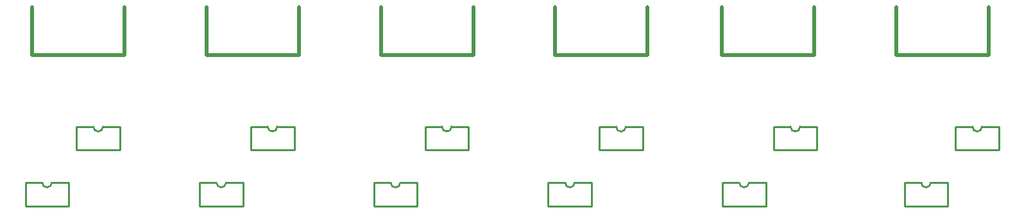
<source format=gbr>
G04 start of page 14 for group -4079 idx -4079 *
G04 Title: (unknown), topsilk *
G04 Creator: pcb 20140316 *
G04 CreationDate: пт, 03-чер-2016 10:25:04 +0000 UTC *
G04 For: root *
G04 Format: Gerber/RS-274X *
G04 PCB-Dimensions (mm): 170.00 45.05 *
G04 PCB-Coordinate-Origin: lower left *
%MOMM*%
%FSLAX43Y43*%
%LNTOPSILK*%
%ADD70C,0.254*%
%ADD69C,0.508*%
G54D69*X69174Y33238D02*X81366D01*
Y39588D02*Y33238D01*
X69174Y39588D02*Y33238D01*
G54D70*X75022Y23793D02*X77231D01*
X78501D02*X80737D01*
Y20694D01*
X75022D01*
Y23793D01*
X77231D02*G75*G03X78501Y23793I635J0D01*G01*
G54D69*X92174Y33238D02*X104366D01*
Y39588D02*Y33238D01*
X92174Y39588D02*Y33238D01*
G54D70*X98022Y23793D02*X100231D01*
X101501D02*X103737D01*
Y20694D01*
X98022D01*
Y23793D01*
X100231D02*G75*G03X101501Y23793I635J0D01*G01*
G54D69*X137174Y33238D02*X149366D01*
Y39588D02*Y33238D01*
X137174Y39588D02*Y33238D01*
X114174D02*X126366D01*
Y39588D02*Y33238D01*
X114174Y39588D02*Y33238D01*
X23174D02*X35366D01*
Y39588D02*Y33238D01*
X23174Y39588D02*Y33238D01*
X46174D02*X58366D01*
Y39588D02*Y33238D01*
X46174Y39588D02*Y33238D01*
G54D70*X68263Y16402D02*X70473D01*
X71743D02*X73978D01*
Y13303D01*
X68263D01*
Y16402D01*
X70473D02*G75*G03X71743Y16402I635J0D01*G01*
X22263D02*X24473D01*
X25743D02*X27978D01*
Y13303D01*
X22263D01*
Y16402D01*
X24473D02*G75*G03X25743Y16402I635J0D01*G01*
X29022Y23793D02*X31231D01*
X32501D02*X34737D01*
Y20694D01*
X29022D01*
Y23793D01*
X31231D02*G75*G03X32501Y23793I635J0D01*G01*
X45263Y16402D02*X47473D01*
X48743D02*X50978D01*
Y13303D01*
X45263D01*
Y16402D01*
X47473D02*G75*G03X48743Y16402I635J0D01*G01*
X52022Y23793D02*X54231D01*
X55501D02*X57737D01*
Y20694D01*
X52022D01*
Y23793D01*
X54231D02*G75*G03X55501Y23793I635J0D01*G01*
X114263Y16402D02*X116473D01*
X117743D02*X119978D01*
Y13303D01*
X114263D01*
Y16402D01*
X116473D02*G75*G03X117743Y16402I635J0D01*G01*
X91263D02*X93473D01*
X94743D02*X96978D01*
Y13303D01*
X91263D01*
Y16402D01*
X93473D02*G75*G03X94743Y16402I635J0D01*G01*
X138263D02*X140473D01*
X141743D02*X143978D01*
Y13303D01*
X138263D01*
Y16402D01*
X140473D02*G75*G03X141743Y16402I635J0D01*G01*
X121022Y23793D02*X123231D01*
X124501D02*X126737D01*
Y20694D01*
X121022D01*
Y23793D01*
X123231D02*G75*G03X124501Y23793I635J0D01*G01*
X145022D02*X147231D01*
X148501D02*X150737D01*
Y20694D01*
X145022D01*
Y23793D01*
X147231D02*G75*G03X148501Y23793I635J0D01*G01*
M02*

</source>
